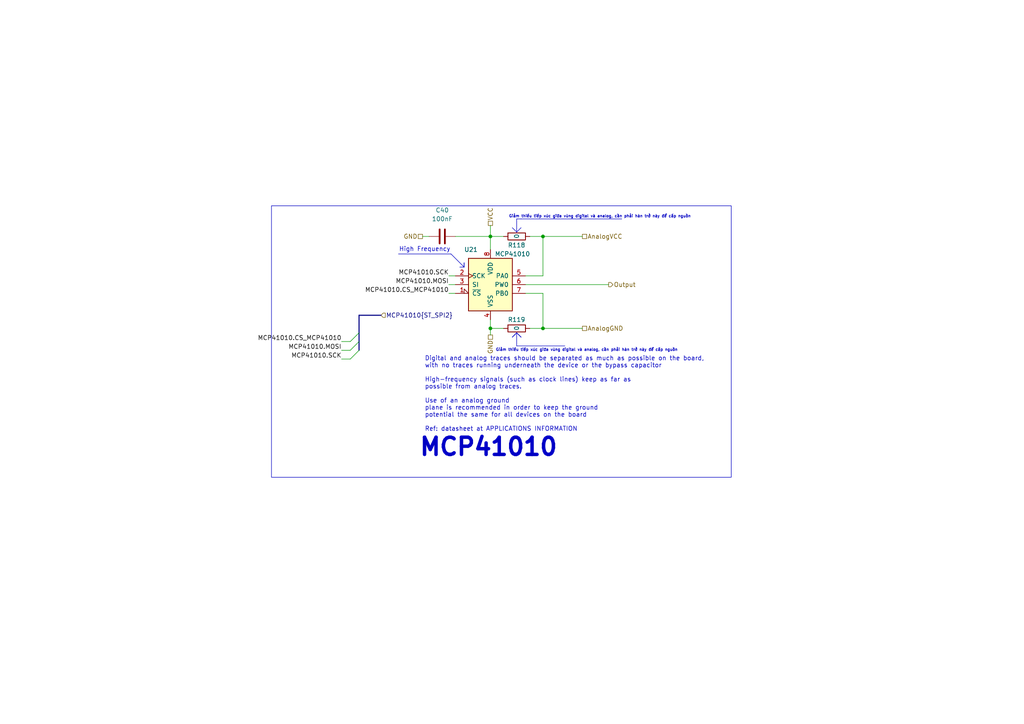
<source format=kicad_sch>
(kicad_sch (version 20231120) (generator "eeschema") (generator_version "8.0")
  (paper "A4")
  (lib_symbols
    (symbol "Device:C" (pin_numbers hide) (pin_names (offset 0.254))
      (property "Reference" "C" (at 0.635 2.54 0))
      (property "Value" "C" (at 0.635 -2.54 0))
      (symbol "C_0_1"
        (polyline (pts (xy -2.032 -0.762) (xy 2.032 -0.762)) (stroke (width 0.508)))
        (polyline (pts (xy -2.032 0.762) (xy 2.032 0.762)) (stroke (width 0.508)))
      )
      (symbol "C_1_1"
        (pin passive line (at 0 3.81 270) (length 2.794) (name "~") (number "1"))
        (pin passive line (at 0 -3.81 90) (length 2.794) (name "~") (number "2"))
      )
    )
    (symbol "Device:R" (pin_numbers hide) (pin_names (offset 0))
      (property "Reference" "R" (at 2.032 0 90))
      (property "Value" "R" (at 0 0 90))
      (symbol "R_0_1"
        (rectangle (start -1.016 -2.54) (end 1.016 2.54) (stroke (width 0.254)))
      )
      (symbol "R_1_1"
        (pin passive line (at 0 3.81 270) (length 1.27) (name "~") (number "1"))
        (pin passive line (at 0 -3.81 90) (length 1.27) (name "~") (number "2"))
      )
    )
    (symbol "Potentiometer_Digital:MCP41010" (pin_names (offset 1.016))
      (property "Reference" "U" (at -6.35 8.89 0))
      (property "Value" "MCP41010" (at 1.27 8.89 0))
      (symbol "MCP41010_0_1"
        (rectangle (start -6.35 7.62) (end 6.35 -7.62) (stroke (width 0.254)) (fill (type background)))
      )
      (symbol "MCP41010_1_1"
        (pin input input_low (at -10.16 -2.54 0) (length 3.81) (name "~{CS}") (number "1"))
        (pin passive clock (at -10.16 2.54 0) (length 3.81) (name "SCK") (number "2"))
        (pin input line (at -10.16 0 0) (length 3.81) (name "SI") (number "3"))
        (pin power_in line (at 0 -10.16 90) (length 2.54) (name "VSS") (number "4"))
        (pin passive line (at 10.16 2.54 180) (length 3.81) (name "PA0") (number "5"))
        (pin passive line (at 10.16 0 180) (length 3.81) (name "PW0") (number "6"))
        (pin passive line (at 10.16 -2.54 180) (length 3.81) (name "PB0") (number "7"))
        (pin power_in line (at 0 10.16 270) (length 2.54) (name "VDD") (number "8"))
      )
    )
  )
  (junction (at 142.24 68.58))
  (junction (at 142.24 95.25))
  (junction (at 157.48 68.58))
  (junction (at 157.48 95.25))
  (bus_entry (at 101.6 104.14) (size 2.54 -2.54))
  (bus_entry (at 101.6 99.06) (size 2.54 -2.54))
  (bus_entry (at 101.6 101.6) (size 2.54 -2.54))
  (wire (pts (xy 157.48 80.01) (xy 152.4 80.01)))
  (polyline (pts (xy 151.13 66.04) (xy 149.86 67.31)))
  (polyline (pts (xy 151.13 63.5) (xy 180.34 63.5)))
  (polyline (pts (xy 134.62 76.2) (xy 134.62 77.47)))
  (polyline (pts (xy 151.13 97.79) (xy 149.86 96.52)))
  (wire (pts (xy 101.6 101.6) (xy 99.06 101.6)))
  (wire (pts (xy 157.48 85.09) (xy 157.48 95.25)))
  (polyline (pts (xy 149.86 96.52) (xy 151.13 97.79)))
  (polyline (pts (xy 134.62 76.2) (xy 134.62 77.47)))
  (wire (pts (xy 157.48 68.58) (xy 157.48 80.01)))
  (bus (pts (xy 104.14 91.44) (xy 110.49 91.44)))
  (wire (pts (xy 101.6 99.06) (xy 99.06 99.06)))
  (wire (pts (xy 142.24 68.58) (xy 146.05 68.58)))
  (polyline (pts (xy 149.86 100.33) (xy 163.83 100.33)))
  (wire (pts (xy 142.24 95.25) (xy 142.24 97.155)))
  (wire (pts (xy 153.67 95.25) (xy 157.48 95.25)))
  (wire (pts (xy 142.24 92.71) (xy 142.24 95.25)))
  (wire (pts (xy 130.175 80.01) (xy 132.08 80.01)))
  (polyline (pts (xy 133.35 77.47) (xy 134.62 77.47)))
  (polyline (pts (xy 149.86 63.5) (xy 151.13 63.5)))
  (wire (pts (xy 122.555 68.58) (xy 124.46 68.58)))
  (bus (pts (xy 104.14 96.52) (xy 104.14 99.06)))
  (bus (pts (xy 104.14 91.44) (xy 104.14 96.52)))
  (polyline (pts (xy 134.62 77.47) (xy 130.81 73.66)))
  (wire (pts (xy 157.48 68.58) (xy 168.91 68.58)))
  (wire (pts (xy 152.4 82.55) (xy 176.53 82.55)))
  (wire (pts (xy 101.6 104.14) (xy 99.06 104.14)))
  (polyline (pts (xy 149.86 96.52) (xy 149.86 100.33)))
  (wire (pts (xy 130.175 82.55) (xy 132.08 82.55)))
  (bus (pts (xy 104.14 99.06) (xy 104.14 101.6)))
  (polyline (pts (xy 115.57 73.66) (xy 130.81 73.66)))
  (wire (pts (xy 132.08 68.58) (xy 142.24 68.58)))
  (polyline (pts (xy 148.59 97.79) (xy 149.86 96.52)))
  (wire (pts (xy 157.48 95.25) (xy 168.91 95.25)))
  (wire (pts (xy 130.175 85.09) (xy 132.08 85.09)))
  (wire (pts (xy 142.24 95.25) (xy 146.05 95.25)))
  (wire (pts (xy 142.24 68.58) (xy 142.24 72.39)))
  (wire (pts (xy 142.24 65.405) (xy 142.24 68.58)))
  (polyline (pts (xy 148.59 66.04) (xy 149.86 67.31)))
  (wire (pts (xy 157.48 85.09) (xy 152.4 85.09)))
  (polyline (pts (xy 148.59 97.79) (xy 149.86 96.52)))
  (wire (pts (xy 153.67 68.58) (xy 157.48 68.58)))
  (polyline (pts (xy 149.86 63.5) (xy 149.86 67.31)))
  (rectangle (start 78.74 59.69) (end 212.09 138.43))
  (text "High Frequency" (at 123.19 72.39 0) (effects (font (size 1.27 1.27))))
  (text "Giảm thiếu tiếp xúc giữa vùng digital và analog, cần phải hàn trở này để cấp nguồn" (at 173.99 62.865 0) (effects (font (size 0.8 0.8))))
  (text "Giảm thiếu tiếp xúc giữa vùng digital và analog, cần phải hàn trở này để cấp nguồn" (at 170.18 101.6 0) (effects (font (size 0.8 0.8))))
  (text "Digital and analog traces should be separated as much as possible on the board, \nwith no traces running underneath the device or the bypass capacitor\n\nHigh-frequency signals (such as clock lines) keep as far as\npossible from analog traces. \n\nUse of an analog ground\nplane is recommended in order to keep the ground\npotential the same for all devices on the board\n\nRef: datasheet at APPLICATIONS INFORMATION " (at 123.19 114.3 0) (effects (font (size 1.27 1.27)) (justify left)))
  (text "MCP41010\n" (at 121.285 132.715 0) (effects (font (size 5 5) (bold yes)) (justify left bottom)))
  (label "MCP41010.MOSI" (at 130.175 82.55 180))
  (label "MCP41010.CS_MCP41010" (at 99.06 99.06 180))
  (label "MCP41010.SCK" (at 99.06 104.14 180))
  (label "MCP41010.MOSI" (at 99.06 101.6 180))
  (label "MCP41010.SCK" (at 130.175 80.01 180))
  (label "MCP41010.CS_MCP41010" (at 130.175 85.09 180))
  (hierarchical_label "AnalogGND" (shape passive) (at 168.91 95.25 0))
  (hierarchical_label "GND" (shape passive) (at 142.24 97.155 270))
  (hierarchical_label "Output" (shape output) (at 176.53 82.55 0))
  (hierarchical_label "GND" (shape passive) (at 122.555 68.58 180))
  (hierarchical_label "AnalogVCC" (shape passive) (at 168.91 68.58 0))
  (hierarchical_label "VCC" (shape passive) (at 142.24 65.405 90))
  (hierarchical_label "MCP41010{ST_SPI2}" (shape input) (at 110.49 91.44 0))
  (symbol (lib_id "Potentiometer_Digital:MCP41010") (at 142.24 82.55 0) (unit 1)
    (property "Reference" "U21" (at 134.62 72.39 0) (effects (justify left)))
    (property "Value" "MCP41010" (at 143.51 73.66 0) (effects (justify left)))
    (property "Footprint" "SpiritBoi_Footprint_Library:Package-IC-Vert-SMD-1.27mm-8P-SOIC_8_Narrow_3.9x4.9mm" (effects (hide yes)))
    (property "Datasheet" "http://ww1.microchip.com/downloads/en/DeviceDoc/11195c.pdf" (effects (hide yes)))
  )
  (symbol (lib_id "Device:C") (at 128.27 68.58 270) (unit 1)
    (property "Reference" "C40" (at 128.27 60.96 90))
    (property "Value" "100nF" (at 128.27 63.5 90))
    (property "Footprint" "SpiritBoi_Footprint_Library:C_0603" (effects (hide yes)))
  )
  (symbol (lib_id "Device:R") (at 149.86 95.25 90) (unit 1)
    (property "Reference" "R119" (at 152.4 92.71 90) (effects (justify left)))
    (property "Value" "0" (at 149.86 95.885 0) (effects (justify left)))
    (property "Footprint" "SpiritBoi_Footprint_Library:R_0603" (effects (hide yes)))
  )
  (symbol (lib_id "Device:R") (at 149.86 68.58 90) (unit 1)
    (property "Reference" "R118" (at 152.4 71.12 90) (effects (justify left)))
    (property "Value" "0" (at 149.86 69.215 0) (effects (justify left)))
    (property "Footprint" "SpiritBoi_Footprint_Library:R_0603" (effects (hide yes)))
  )
)
</source>
